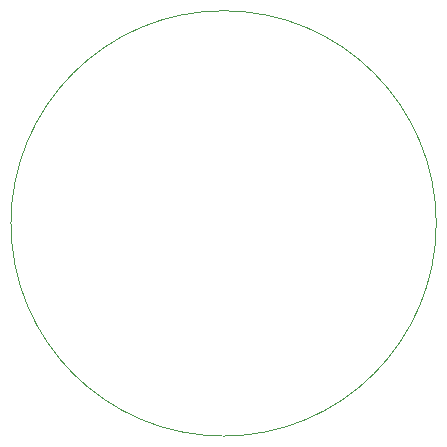
<source format=gbr>
G04 #@! TF.GenerationSoftware,KiCad,Pcbnew,(5.1.8)-1*
G04 #@! TF.CreationDate,2021-04-04T20:56:17+02:00*
G04 #@! TF.ProjectId,nrf52-sensor-tag,6e726635-322d-4736-956e-736f722d7461,rev?*
G04 #@! TF.SameCoordinates,Original*
G04 #@! TF.FileFunction,Profile,NP*
%FSLAX46Y46*%
G04 Gerber Fmt 4.6, Leading zero omitted, Abs format (unit mm)*
G04 Created by KiCad (PCBNEW (5.1.8)-1) date 2021-04-04 20:56:17*
%MOMM*%
%LPD*%
G01*
G04 APERTURE LIST*
G04 #@! TA.AperFunction,Profile*
%ADD10C,0.050000*%
G04 #@! TD*
G04 APERTURE END LIST*
D10*
X139772062Y-64643000D02*
G75*
G03*
X139772062Y-64643000I-18004462J0D01*
G01*
M02*

</source>
